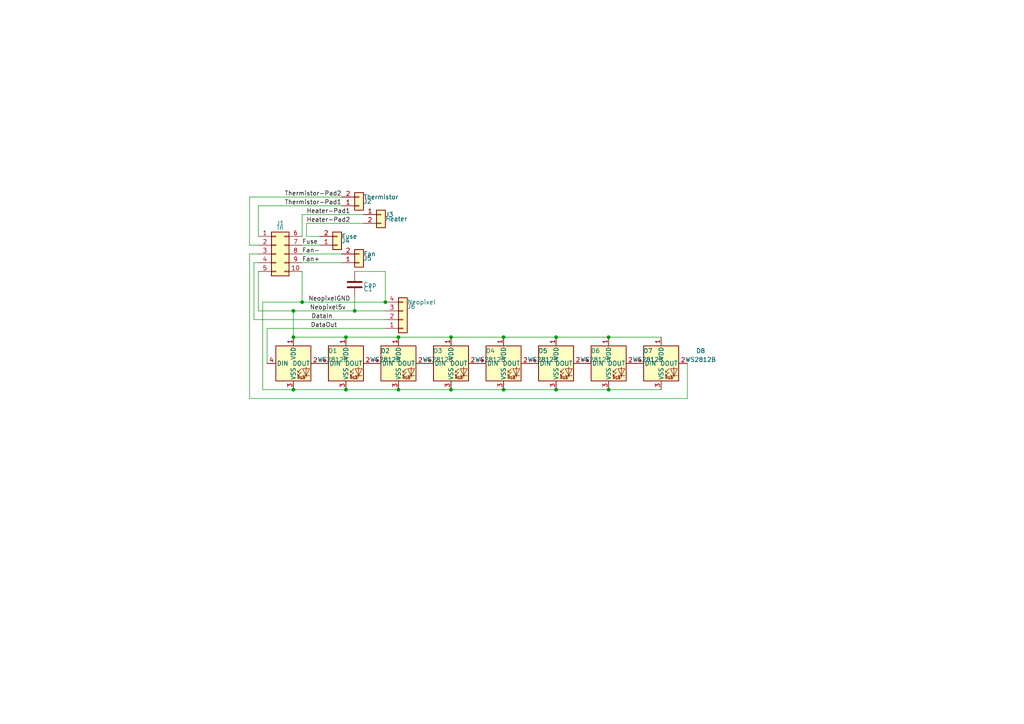
<source format=kicad_sch>
(kicad_sch (version 20230121) (generator eeschema)
  (paper "A4")
  (lib_symbols
    (symbol "Connector_Generic:Conn_01x02" (pin_names (offset 1.016) hide)
      (property "Reference" "J" (at 0 2.54 0))
      (property "Value" "Conn_01x02" (at 0 -5.08 0))
      (symbol "Conn_01x02_1_1"
        (rectangle (start -1.27 -2.413) (end 0 -2.667) (stroke (width 0.1524)))
        (rectangle (start -1.27 0.127) (end 0 -0.127) (stroke (width 0.1524)))
        (rectangle (start -1.27 1.27) (end 1.27 -3.81) (stroke (width 0.254)) (fill (type background)))
        (pin passive line (at -5.08 0 0) (length 3.81) (name "Pin_1") (number "1"))
        (pin passive line (at -5.08 -2.54 0) (length 3.81) (name "Pin_2") (number "2"))
      )
    )
    (symbol "Connector_Generic:Conn_01x04" (pin_names (offset 1.016) hide)
      (property "Reference" "J" (at 0 5.08 0))
      (property "Value" "Conn_01x04" (at 0 -7.62 0))
      (symbol "Conn_01x04_1_1"
        (rectangle (start -1.27 -4.953) (end 0 -5.207) (stroke (width 0.1524)))
        (rectangle (start -1.27 -2.413) (end 0 -2.667) (stroke (width 0.1524)))
        (rectangle (start -1.27 0.127) (end 0 -0.127) (stroke (width 0.1524)))
        (rectangle (start -1.27 2.667) (end 0 2.413) (stroke (width 0.1524)))
        (rectangle (start -1.27 3.81) (end 1.27 -6.35) (stroke (width 0.254)) (fill (type background)))
        (pin passive line (at -5.08 2.54 0) (length 3.81) (name "Pin_1") (number "1"))
        (pin passive line (at -5.08 0 0) (length 3.81) (name "Pin_2") (number "2"))
        (pin passive line (at -5.08 -2.54 0) (length 3.81) (name "Pin_3") (number "3"))
        (pin passive line (at -5.08 -5.08 0) (length 3.81) (name "Pin_4") (number "4"))
      )
    )
    (symbol "Connector_Generic:Conn_02x05_Top_Bottom" (pin_names (offset 1.016) hide)
      (property "Reference" "J" (at 1.27 7.62 0))
      (property "Value" "Conn_02x05_Top_Bottom" (at 1.27 -7.62 0))
      (symbol "Conn_02x05_Top_Bottom_1_1"
        (rectangle (start -1.27 -4.953) (end 0 -5.207) (stroke (width 0.1524)))
        (rectangle (start -1.27 -2.413) (end 0 -2.667) (stroke (width 0.1524)))
        (rectangle (start -1.27 0.127) (end 0 -0.127) (stroke (width 0.1524)))
        (rectangle (start -1.27 2.667) (end 0 2.413) (stroke (width 0.1524)))
        (rectangle (start -1.27 5.207) (end 0 4.953) (stroke (width 0.1524)))
        (rectangle (start -1.27 6.35) (end 3.81 -6.35) (stroke (width 0.254)) (fill (type background)))
        (rectangle (start 3.81 -4.953) (end 2.54 -5.207) (stroke (width 0.1524)))
        (rectangle (start 3.81 -2.413) (end 2.54 -2.667) (stroke (width 0.1524)))
        (rectangle (start 3.81 0.127) (end 2.54 -0.127) (stroke (width 0.1524)))
        (rectangle (start 3.81 2.667) (end 2.54 2.413) (stroke (width 0.1524)))
        (rectangle (start 3.81 5.207) (end 2.54 4.953) (stroke (width 0.1524)))
        (pin passive line (at -5.08 5.08 0) (length 3.81) (name "Pin_1") (number "1"))
        (pin passive line (at 7.62 -5.08 180) (length 3.81) (name "Pin_10") (number "10"))
        (pin passive line (at -5.08 2.54 0) (length 3.81) (name "Pin_2") (number "2"))
        (pin passive line (at -5.08 0 0) (length 3.81) (name "Pin_3") (number "3"))
        (pin passive line (at -5.08 -2.54 0) (length 3.81) (name "Pin_4") (number "4"))
        (pin passive line (at -5.08 -5.08 0) (length 3.81) (name "Pin_5") (number "5"))
        (pin passive line (at 7.62 5.08 180) (length 3.81) (name "Pin_6") (number "6"))
        (pin passive line (at 7.62 2.54 180) (length 3.81) (name "Pin_7") (number "7"))
        (pin passive line (at 7.62 0 180) (length 3.81) (name "Pin_8") (number "8"))
        (pin passive line (at 7.62 -2.54 180) (length 3.81) (name "Pin_9") (number "9"))
      )
    )
    (symbol "Device:C" (pin_numbers hide) (pin_names (offset 0.254))
      (property "Reference" "C" (at 0.635 2.54 0))
      (property "Value" "C" (at 0.635 -2.54 0))
      (symbol "C_0_1"
        (polyline (pts (xy -2.032 -0.762) (xy 2.032 -0.762)) (stroke (width 0.508)))
        (polyline (pts (xy -2.032 0.762) (xy 2.032 0.762)) (stroke (width 0.508)))
      )
      (symbol "C_1_1"
        (pin passive line (at 0 3.81 270) (length 2.794) (name "~") (number "1"))
        (pin passive line (at 0 -3.81 90) (length 2.794) (name "~") (number "2"))
      )
    )
    (symbol "LED:WS2812B" (pin_names (offset 0.254))
      (property "Reference" "D" (at 5.08 5.715 0))
      (property "Value" "WS2812B" (at 1.27 -5.715 0))
      (symbol "WS2812B_0_0"
        (text "RGB" (at 2.286 -4.191 0) (effects (font (size 0.762 0.762))))
      )
      (symbol "WS2812B_0_1"
        (polyline (pts (xy 1.27 -3.556) (xy 1.778 -3.556)))
        (polyline (pts (xy 1.27 -2.54) (xy 1.778 -2.54)))
        (polyline (pts (xy 4.699 -3.556) (xy 2.667 -3.556)))
        (polyline (pts (xy 2.286 -2.54) (xy 1.27 -3.556) (xy 1.27 -3.048)))
        (polyline (pts (xy 2.286 -1.524) (xy 1.27 -2.54) (xy 1.27 -2.032)))
        (polyline (pts (xy 3.683 -1.016) (xy 3.683 -3.556) (xy 3.683 -4.064)))
        (polyline (pts (xy 4.699 -1.524) (xy 2.667 -1.524) (xy 3.683 -3.556) (xy 4.699 -1.524)))
        (rectangle (start 5.08 5.08) (end -5.08 -5.08) (stroke (width 0.254)) (fill (type background)))
      )
      (symbol "WS2812B_1_1"
        (pin power_in line (at 0 7.62 270) (length 2.54) (name "VDD") (number "1"))
        (pin output line (at 7.62 0 180) (length 2.54) (name "DOUT") (number "2"))
        (pin power_in line (at 0 -7.62 90) (length 2.54) (name "VSS") (number "3"))
        (pin input line (at -7.62 0 0) (length 2.54) (name "DIN") (number "4"))
      )
    )
  )
  (junction (at 85.09 97.79))
  (junction (at 176.53 97.79))
  (junction (at 115.57 113.03))
  (junction (at 161.29 113.03))
  (junction (at 85.09 113.03))
  (junction (at 102.87 90.17))
  (junction (at 85.09 90.17))
  (junction (at 161.29 97.79))
  (junction (at 146.05 113.03))
  (junction (at 100.33 97.79))
  (junction (at 130.81 97.79))
  (junction (at 111.76 87.63))
  (junction (at 100.33 113.03))
  (junction (at 146.05 97.79))
  (junction (at 87.63 87.63))
  (junction (at 130.81 113.03))
  (junction (at 176.53 113.03))
  (junction (at 115.57 97.79))
  (wire (pts (xy 88.9 64.77) (xy 105.41 64.77)))
  (wire (pts (xy 76.2 87.63) (xy 76.2 113.03)))
  (wire (pts (xy 74.93 59.69) (xy 99.06 59.69)))
  (wire (pts (xy 85.09 90.17) (xy 102.87 90.17)))
  (wire (pts (xy 72.39 71.12) (xy 74.93 71.12)))
  (wire (pts (xy 88.9 64.77) (xy 88.9 68.58)))
  (wire (pts (xy 87.63 87.63) (xy 111.76 87.63)))
  (wire (pts (xy 161.29 113.03) (xy 176.53 113.03)))
  (wire (pts (xy 102.87 90.17) (xy 111.76 90.17)))
  (wire (pts (xy 87.63 71.12) (xy 92.71 71.12)))
  (wire (pts (xy 73.66 76.2) (xy 73.66 92.71)))
  (wire (pts (xy 87.63 73.66) (xy 99.06 73.66)))
  (wire (pts (xy 73.66 92.71) (xy 111.76 92.71)))
  (wire (pts (xy 161.29 97.79) (xy 176.53 97.79)))
  (wire (pts (xy 146.05 97.79) (xy 161.29 97.79)))
  (wire (pts (xy 76.2 87.63) (xy 87.63 87.63)))
  (wire (pts (xy 72.39 57.15) (xy 99.06 57.15)))
  (wire (pts (xy 111.76 78.74) (xy 111.76 87.63)))
  (wire (pts (xy 87.63 62.23) (xy 105.41 62.23)))
  (wire (pts (xy 74.93 90.17) (xy 74.93 78.74)))
  (wire (pts (xy 115.57 97.79) (xy 130.81 97.79)))
  (wire (pts (xy 74.93 68.58) (xy 74.93 59.69)))
  (wire (pts (xy 100.33 97.79) (xy 115.57 97.79)))
  (wire (pts (xy 77.47 95.25) (xy 111.76 95.25)))
  (wire (pts (xy 130.81 113.03) (xy 146.05 113.03)))
  (wire (pts (xy 176.53 113.03) (xy 191.77 113.03)))
  (wire (pts (xy 88.9 68.58) (xy 92.71 68.58)))
  (wire (pts (xy 85.09 113.03) (xy 100.33 113.03)))
  (wire (pts (xy 85.09 90.17) (xy 85.09 97.79)))
  (wire (pts (xy 87.63 78.74) (xy 87.63 87.63)))
  (wire (pts (xy 73.66 76.2) (xy 74.93 76.2)))
  (wire (pts (xy 100.33 113.03) (xy 115.57 113.03)))
  (wire (pts (xy 115.57 113.03) (xy 130.81 113.03)))
  (wire (pts (xy 85.09 97.79) (xy 100.33 97.79)))
  (wire (pts (xy 87.63 76.2) (xy 99.06 76.2)))
  (wire (pts (xy 72.39 57.15) (xy 72.39 71.12)))
  (wire (pts (xy 199.39 105.41) (xy 199.39 115.57)))
  (wire (pts (xy 111.76 78.74) (xy 102.87 78.74)))
  (wire (pts (xy 87.63 62.23) (xy 87.63 68.58)))
  (wire (pts (xy 76.2 113.03) (xy 85.09 113.03)))
  (wire (pts (xy 146.05 113.03) (xy 161.29 113.03)))
  (wire (pts (xy 77.47 95.25) (xy 77.47 105.41)))
  (wire (pts (xy 102.87 90.17) (xy 102.87 86.36)))
  (wire (pts (xy 72.39 73.66) (xy 74.93 73.66)))
  (wire (pts (xy 199.39 115.57) (xy 72.39 115.57)))
  (wire (pts (xy 74.93 90.17) (xy 85.09 90.17)))
  (wire (pts (xy 176.53 97.79) (xy 191.77 97.79)))
  (wire (pts (xy 72.39 115.57) (xy 72.39 73.66)))
  (wire (pts (xy 130.81 97.79) (xy 146.05 97.79)))
  (label "Thermistor-Pad1" (at 99.06 59.69 180))
  (label "NeopixelGND" (at 101.6 87.63 180))
  (label "Fan+" (at 87.63 76.2 0))
  (label "DataOut" (at 97.79 95.25 180))
  (label "DataIn" (at 96.52 92.71 180))
  (label "Fan-" (at 87.63 73.66 0))
  (label "Heater-Pad1" (at 101.6 62.23 180))
  (label "Neopixel5v" (at 100.33 90.17 180))
  (label "Heater-Pad2" (at 101.6 64.77 180))
  (label "Fuse" (at 87.63 71.12 0))
  (label "Thermistor-Pad2" (at 99.06 57.15 180))
  (symbol (lib_id "Connector_Generic:Conn_01x02") (at 97.79 71.12 0) (mirror x) (unit 1)
    (property "Reference" "J4" (at 99.06 69.85 0) (effects (justify left)))
    (property "Value" "Fuse" (at 99.06 68.58 0) (effects (justify left)))
    (property "Footprint" "Connector_JST:JST_XH_B2B-XH-A_1x02_P2.50mm_Vertical" (effects hide))
  )
  (symbol (lib_id "LED:WS2812B") (at 85.09 105.41 0) (unit 1)
    (property "Reference" "D1" (at 96.52 101.7621 0))
    (property "Value" "WS2812B" (at 96.52 104.3021 0))
    (property "Footprint" "LED_SMD:LED_WS2812B_PLCC4_5.0x5.0mm_P3.2mm" (effects hide))
    (property "Datasheet" "https://cdn-shop.adafruit.com/datasheets/WS2812B.pdf" (effects hide))
  )
  (symbol (lib_id "LED:WS2812B") (at 161.29 105.41 0) (unit 1)
    (property "Reference" "D6" (at 172.72 101.7621 0))
    (property "Value" "WS2812B" (at 172.72 104.3021 0))
    (property "Footprint" "LED_SMD:LED_WS2812B_PLCC4_5.0x5.0mm_P3.2mm" (effects hide))
    (property "Datasheet" "https://cdn-shop.adafruit.com/datasheets/WS2812B.pdf" (effects hide))
  )
  (symbol (lib_id "Device:C") (at 102.87 82.55 0) (mirror x) (unit 1)
    (property "Reference" "C1" (at 105.41 83.82 0) (effects (justify left)))
    (property "Value" "Cap" (at 105.41 82.55 0) (effects (justify left)))
    (property "Footprint" "Capacitor_SMD:C_0805_2012Metric_Pad1.18x1.45mm_HandSolder" (effects hide))
  )
  (symbol (lib_id "Connector_Generic:Conn_01x02") (at 104.14 76.2 0) (mirror x) (unit 1)
    (property "Reference" "J5" (at 105.41 74.93 0) (effects (justify left)))
    (property "Value" "Fan" (at 105.41 73.66 0) (effects (justify left)))
    (property "Footprint" "Connector_JST:JST_XH_B2B-XH-A_1x02_P2.50mm_Vertical" (effects hide))
  )
  (symbol (lib_id "LED:WS2812B") (at 146.05 105.41 0) (unit 1)
    (property "Reference" "D5" (at 157.48 101.7621 0))
    (property "Value" "WS2812B" (at 157.48 104.3021 0))
    (property "Footprint" "LED_SMD:LED_WS2812B_PLCC4_5.0x5.0mm_P3.2mm" (effects hide))
    (property "Datasheet" "https://cdn-shop.adafruit.com/datasheets/WS2812B.pdf" (effects hide))
  )
  (symbol (lib_id "LED:WS2812B") (at 176.53 105.41 0) (unit 1)
    (property "Reference" "D7" (at 187.96 101.7621 0))
    (property "Value" "WS2812B" (at 187.96 104.3021 0))
    (property "Footprint" "LED_SMD:LED_WS2812B_PLCC4_5.0x5.0mm_P3.2mm" (effects hide))
    (property "Datasheet" "https://cdn-shop.adafruit.com/datasheets/WS2812B.pdf" (effects hide))
  )
  (symbol (lib_id "LED:WS2812B") (at 191.77 105.41 0) (unit 1)
    (property "Reference" "D8" (at 203.2 101.7621 0))
    (property "Value" "WS2812B" (at 203.2 104.3021 0))
    (property "Footprint" "LED_SMD:LED_WS2812B_PLCC4_5.0x5.0mm_P3.2mm" (effects hide))
    (property "Datasheet" "https://cdn-shop.adafruit.com/datasheets/WS2812B.pdf" (effects hide))
  )
  (symbol (lib_id "Connector_Generic:Conn_01x04") (at 116.84 92.71 0) (mirror x) (unit 1)
    (property "Reference" "J6" (at 118.11 88.9 0) (effects (justify left)))
    (property "Value" "Neopixel" (at 118.11 87.63 0) (effects (justify left)))
    (property "Footprint" "Connector_JST:JST_XH_B4B-XH-A_1x04_P2.50mm_Vertical" (effects hide))
  )
  (symbol (lib_id "Connector_Generic:Conn_01x02") (at 104.14 59.69 0) (mirror x) (unit 1)
    (property "Reference" "J2" (at 105.41 58.42 0) (effects (justify left)))
    (property "Value" "Thermistor" (at 105.41 57.15 0) (effects (justify left)))
    (property "Footprint" "Connector_JST:JST_XH_B2B-XH-A_1x02_P2.50mm_Vertical" (effects hide))
  )
  (symbol (lib_id "LED:WS2812B") (at 115.57 105.41 0) (unit 1)
    (property "Reference" "D3" (at 127 101.7621 0))
    (property "Value" "WS2812B" (at 127 104.3021 0))
    (property "Footprint" "LED_SMD:LED_WS2812B_PLCC4_5.0x5.0mm_P3.2mm" (effects hide))
    (property "Datasheet" "https://cdn-shop.adafruit.com/datasheets/WS2812B.pdf" (effects hide))
  )
  (symbol (lib_id "Connector_Generic:Conn_02x05_Top_Bottom") (at 80.01 73.66 0) (unit 1)
    (property "Reference" "J1" (at 81.28 64.77 0))
    (property "Value" "In" (at 81.28 66.04 0))
    (property "Footprint" "KiriPCB:Molex_Micro-Fit_3.0_43045-1000_2x05_P3.00mm_Horizontal" (effects hide))
  )
  (symbol (lib_id "Connector_Generic:Conn_01x02") (at 110.49 62.23 0) (unit 1)
    (property "Reference" "J3" (at 111.76 62.23 0) (effects (justify left)))
    (property "Value" "Heater" (at 111.76 63.5 0) (effects (justify left)))
    (property "Footprint" "KiriPCB:METZ CONNECT USA Inc. - TERM BLK 2P SIDE ENT 5.08MM PCB" (effects hide))
  )
  (symbol (lib_id "LED:WS2812B") (at 100.33 105.41 0) (unit 1)
    (property "Reference" "D2" (at 111.76 101.7621 0))
    (property "Value" "WS2812B" (at 111.76 104.3021 0))
    (property "Footprint" "LED_SMD:LED_WS2812B_PLCC4_5.0x5.0mm_P3.2mm" (effects hide))
    (property "Datasheet" "https://cdn-shop.adafruit.com/datasheets/WS2812B.pdf" (effects hide))
  )
  (symbol (lib_id "LED:WS2812B") (at 130.81 105.41 0) (unit 1)
    (property "Reference" "D4" (at 142.24 101.7621 0))
    (property "Value" "WS2812B" (at 142.24 104.3021 0))
    (property "Footprint" "LED_SMD:LED_WS2812B_PLCC4_5.0x5.0mm_P3.2mm" (effects hide))
    (property "Datasheet" "https://cdn-shop.adafruit.com/datasheets/WS2812B.pdf" (effects hide))
  )
)
</source>
